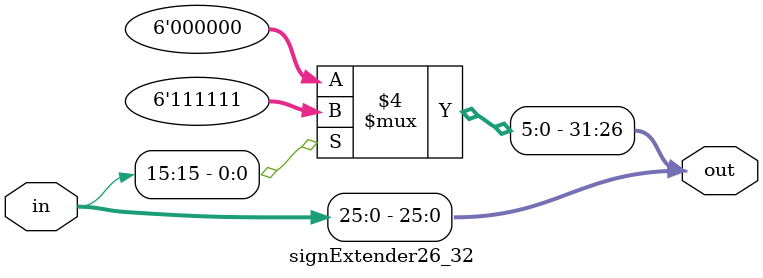
<source format=v>
module signExtender26_32
(
	input [25:0] in,
	output reg [31:0] out
);


always @ (in) begin

	out[25:0] = in[25:0];
	if (in[15] == 1'b1)
		out[31:26] = 16'b111111;
	else
		out[31:26] = 16'b000000;

end 

endmodule
</source>
